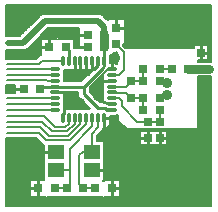
<source format=gtl>
%FSLAX24Y24*%
%MOIN*%
G70*
G01*
G75*
G04 Layer_Physical_Order=1*
G04 Layer_Color=255*
%ADD10R,0.0300X0.0300*%
%ADD11O,0.0118X0.0354*%
%ADD12O,0.0354X0.0118*%
%ADD13R,0.0551X0.0453*%
%ADD14C,0.0300*%
%ADD15C,0.0080*%
%ADD16C,0.0060*%
%ADD17C,0.0070*%
%ADD18C,0.0100*%
%ADD19C,0.0110*%
%ADD20C,0.0200*%
%ADD21C,0.0360*%
D10*
X6650Y4720D02*
D03*
X4720D02*
D03*
X5670D02*
D03*
X4870Y2970D02*
D03*
X6650Y5270D02*
D03*
X751Y4068D02*
D03*
X1301D02*
D03*
X2869Y5867D02*
D03*
X3419D02*
D03*
X2869Y5467D02*
D03*
X3419D02*
D03*
X1230Y740D02*
D03*
X1780D02*
D03*
X5270Y4720D02*
D03*
X1588Y5448D02*
D03*
X2138D02*
D03*
X4870Y2420D02*
D03*
X5270Y3770D02*
D03*
X4720Y3770D02*
D03*
X5270Y2420D02*
D03*
Y2970D02*
D03*
X5270Y3370D02*
D03*
X4720Y3370D02*
D03*
X6220Y4720D02*
D03*
X4320Y4320D02*
D03*
Y3770D02*
D03*
X3820Y6090D02*
D03*
X3680Y740D02*
D03*
X3820Y5540D02*
D03*
X2730Y740D02*
D03*
X3130D02*
D03*
X2180D02*
D03*
X4720Y4320D02*
D03*
X5270Y4320D02*
D03*
D11*
X2238Y5001D02*
D03*
X2041D02*
D03*
X2828D02*
D03*
X3025D02*
D03*
X2435D02*
D03*
X2632D02*
D03*
X3222D02*
D03*
X3419D02*
D03*
Y3079D02*
D03*
X2632D02*
D03*
X2435D02*
D03*
X3222D02*
D03*
X3025D02*
D03*
X2828D02*
D03*
X2238D02*
D03*
X2041D02*
D03*
D12*
X3691Y3745D02*
D03*
X1769Y3351D02*
D03*
Y4138D02*
D03*
Y4335D02*
D03*
Y3548D02*
D03*
Y3745D02*
D03*
Y3942D02*
D03*
Y4532D02*
D03*
Y4729D02*
D03*
X3691D02*
D03*
Y3942D02*
D03*
Y4532D02*
D03*
Y4335D02*
D03*
Y4138D02*
D03*
Y3548D02*
D03*
Y3351D02*
D03*
D13*
X1830Y1971D02*
D03*
X3010Y1340D02*
D03*
Y1971D02*
D03*
X1830Y1340D02*
D03*
D14*
X6220Y4720D02*
X6915D01*
X3419Y5467D02*
Y5867D01*
D15*
X5270Y4720D02*
X5670D01*
X4720Y4320D02*
Y4720D01*
Y3370D02*
Y3770D01*
X5270Y2970D02*
Y3370D01*
X4870Y2970D02*
X5270D01*
X4870Y2970D02*
X4870Y2970D01*
X4529Y2970D02*
X4870D01*
X4010Y3489D02*
X4529Y2970D01*
X3905Y3745D02*
X4010Y3640D01*
Y3489D02*
Y3640D01*
X4717Y4317D02*
X4720Y4320D01*
X4322Y4317D02*
X4717D01*
X3643Y3930D02*
X4155D01*
X4320Y3765D01*
Y3770D02*
X4320Y3770D01*
X4720D01*
X3691Y4138D02*
X4143D01*
X4322Y4317D01*
X1490Y2340D02*
X2280D01*
X1240Y2590D02*
X1490Y2340D01*
X170Y2590D02*
X1240D01*
X1590Y2490D02*
X2230D01*
X1300Y2780D02*
X1590Y2490D01*
X170Y2780D02*
X1300D01*
X1690Y2640D02*
X2180D01*
X170Y2970D02*
X1360D01*
X1690Y2640D01*
X170Y3160D02*
X1420D01*
X1790Y2790D01*
X2130D01*
X3691Y4532D02*
X3912D01*
X2280Y839D02*
Y2066D01*
X1830Y1340D02*
X2280D01*
X2180Y740D02*
X2279Y839D01*
X2280D01*
X2580Y890D02*
X2730Y740D01*
X170Y4717D02*
X1680D01*
X170Y4877D02*
X1240D01*
X1364Y5001D01*
X2041D01*
X170Y4532D02*
X1769D01*
X2828Y2888D02*
Y3079D01*
X2280Y2340D02*
X2828Y2888D01*
X2632Y2892D02*
Y3079D01*
X2230Y2490D02*
X2632Y2892D01*
X2435Y2895D02*
Y3079D01*
X2180Y2640D02*
X2435Y2895D01*
X2238Y2898D02*
Y3079D01*
X2130Y2790D02*
X2238Y2898D01*
X170Y3351D02*
X1769D01*
X170Y3548D02*
X1769D01*
X1535Y4335D02*
X1769D01*
X1498Y4372D02*
X1535Y4335D01*
X170Y3745D02*
X1769D01*
X3222Y2782D02*
Y3079D01*
X3010Y2570D02*
X3222Y2782D01*
X3025Y2812D02*
Y3079D01*
X2711Y1971D02*
X3010D01*
X2580Y1840D02*
X2711Y1971D01*
X2580Y890D02*
Y1840D01*
X2280Y2066D02*
X3025Y2812D01*
X3010Y1971D02*
Y2570D01*
X1780Y740D02*
X2180D01*
X2730D02*
X3130D01*
X4080Y4700D02*
Y5280D01*
X3820Y5540D02*
X4080Y5280D01*
X3912Y4532D02*
X4080Y4700D01*
X170Y4372D02*
X1498D01*
X3691Y3745D02*
X3905D01*
D16*
X2938Y4118D02*
X3549Y4729D01*
X2938Y3977D02*
Y4118D01*
X3549Y4729D02*
X3691D01*
D17*
X3379Y4481D02*
Y4557D01*
X3820Y2180D02*
X4625D01*
X3820Y2230D02*
X4625D01*
X3820Y2280D02*
X4625D01*
X3820Y2330D02*
X4625D01*
X3820Y2380D02*
X4625D01*
X3820Y2430D02*
X4625D01*
X3820Y2480D02*
X4625D01*
X3820Y2530D02*
X4625D01*
X3820Y2580D02*
X4625D01*
Y2175D02*
Y2665D01*
X3820Y2630D02*
X4625D01*
X4660Y2665D02*
Y2725D01*
X4710Y2665D02*
Y2725D01*
X4760Y2665D02*
Y2725D01*
X4810Y2665D02*
Y2725D01*
X4860Y2665D02*
Y2725D01*
X3820Y2150D02*
Y3197D01*
X3860Y2150D02*
Y3197D01*
X3960Y2150D02*
Y2912D01*
X3910Y2150D02*
Y2950D01*
X4060Y2150D02*
Y2836D01*
X4010Y2150D02*
Y2874D01*
X4160Y2150D02*
Y2760D01*
X4110Y2150D02*
Y2798D01*
X4210Y2150D02*
Y2730D01*
X4260Y2150D02*
Y2730D01*
X4310Y2150D02*
Y2730D01*
X4360Y2150D02*
Y2730D01*
X4410Y2150D02*
Y2730D01*
X4460Y2150D02*
Y2730D01*
X4510Y2150D02*
Y2730D01*
X4560Y2150D02*
Y2730D01*
X4610Y2150D02*
Y2730D01*
X4625Y2175D02*
X5025D01*
X5115D01*
X3820Y2150D02*
X6990D01*
X5025Y2175D02*
X5115D01*
X4625Y2665D02*
X5025D01*
X5115Y2175D02*
X5515D01*
Y2430D02*
X6990D01*
X5515Y2480D02*
X6990D01*
X5515Y2530D02*
X6990D01*
X5515Y2580D02*
X6990D01*
X5515Y2630D02*
X6990D01*
X4910Y2665D02*
Y2725D01*
X4960Y2665D02*
Y2725D01*
X5025Y2665D02*
X5115D01*
X5010D02*
Y2725D01*
X5060Y2665D02*
Y2725D01*
X5110Y2665D02*
Y2725D01*
X5025Y2665D02*
X5115D01*
X5515D01*
X5160D02*
Y2725D01*
X5210Y2665D02*
Y2725D01*
X5515Y2175D02*
Y2665D01*
X5260D02*
Y2725D01*
X5310Y2665D02*
Y2725D01*
X5360Y2665D02*
Y2725D01*
X5410Y2665D02*
Y2725D01*
X5460Y2665D02*
Y2725D01*
X5510Y2665D02*
Y2725D01*
X3820Y2830D02*
X4068D01*
X3820Y2880D02*
X4002D01*
X3820Y2730D02*
X4200D01*
X3820Y2780D02*
X4134D01*
X3820Y3030D02*
X3870D01*
X3820Y3080D02*
X3869D01*
X3820Y2930D02*
X3936D01*
X3820Y2980D02*
X3870D01*
X3820Y3130D02*
X3869D01*
X3820Y3180D02*
X3868D01*
X3870Y2980D02*
X4200Y2730D01*
X3868Y3197D02*
X3870Y2980D01*
X3820Y4930D02*
X3854D01*
X3820Y4980D02*
X3854D01*
X3820Y3197D02*
X3868D01*
X3820Y4883D02*
X3854D01*
X3820Y5130D02*
X3852D01*
X3820Y4883D02*
Y5295D01*
Y5030D02*
X3853D01*
X3820Y5080D02*
X3853D01*
X3820Y5280D02*
X3851D01*
X3820Y5295D02*
X3851D01*
X3820Y5180D02*
X3852D01*
X3820Y5230D02*
X3851D01*
X3851Y5295D02*
X3854Y4883D01*
X4160Y5410D02*
Y5550D01*
X4210Y5410D02*
Y5550D01*
X4260Y5410D02*
Y5550D01*
X4065Y5497D02*
Y5550D01*
X4110Y5452D02*
Y5550D01*
X4065Y5497D02*
X4148Y5415D01*
X4310Y5410D02*
Y5550D01*
X4360Y5410D02*
Y5550D01*
X4200Y2730D02*
X4625D01*
X4410Y5410D02*
Y5550D01*
X3820Y2680D02*
X6990D01*
X4153Y5410D02*
X6405D01*
X4132Y5430D02*
X6405D01*
X4460Y5410D02*
Y5550D01*
X4083Y5480D02*
X6405D01*
X4065Y5530D02*
X6990D01*
X4625Y2725D02*
X5025D01*
X5115D01*
X5025Y2725D02*
X5515D01*
Y2730D02*
X6560D01*
X4510Y5410D02*
Y5550D01*
X4560Y5410D02*
Y5550D01*
X4610Y5410D02*
Y5550D01*
X4660Y5410D02*
Y5550D01*
X4710Y5410D02*
Y5550D01*
X4760Y5410D02*
Y5550D01*
X4810Y5410D02*
Y5550D01*
X4860Y5410D02*
Y5550D01*
X4910Y5410D02*
Y5550D01*
X4960Y5410D02*
Y5550D01*
X5010Y5410D02*
Y5550D01*
X5060Y5410D02*
Y5550D01*
X4065D02*
X6990D01*
X5110Y5410D02*
Y5550D01*
X5160Y5410D02*
Y5550D01*
X5210Y5410D02*
Y5550D01*
X5260Y5410D02*
Y5550D01*
X5310Y5410D02*
Y5550D01*
X5360Y5410D02*
Y5550D01*
X5410Y5410D02*
Y5550D01*
X5460Y5410D02*
Y5550D01*
X5510Y5410D02*
Y5550D01*
X5560Y2150D02*
Y2730D01*
X5610Y2150D02*
Y2730D01*
X5660Y2150D02*
Y2730D01*
X5710Y2150D02*
Y2730D01*
X5760Y2150D02*
Y2730D01*
X5810Y2150D02*
Y2730D01*
X5515Y2180D02*
X6990D01*
X5860Y2150D02*
Y2730D01*
X5910Y2150D02*
Y2730D01*
X5960Y2150D02*
Y2730D01*
X6010Y2150D02*
Y2730D01*
X6060Y2150D02*
Y2730D01*
X6110Y2150D02*
Y2730D01*
X6160Y2150D02*
Y2730D01*
X6210Y2150D02*
Y2730D01*
X6260Y2150D02*
Y2730D01*
X6310Y2150D02*
Y2730D01*
X6360Y2150D02*
Y2730D01*
X6410Y2150D02*
Y2730D01*
X6460Y2150D02*
Y2730D01*
X6510Y2150D02*
Y2730D01*
X6560Y2150D02*
Y2730D01*
Y4475D01*
Y2730D02*
Y4475D01*
X6610Y2150D02*
Y4475D01*
X6660Y2150D02*
Y4475D01*
X6710Y2150D02*
Y4475D01*
X6760Y2150D02*
Y4475D01*
X6810Y2150D02*
Y4475D01*
X6860Y2150D02*
Y4475D01*
X6910Y2150D02*
Y4475D01*
X6960Y2150D02*
Y4475D01*
X6990Y2150D02*
Y4475D01*
X5515Y2230D02*
X6990D01*
X5515Y2280D02*
X6990D01*
X5515Y2330D02*
X6990D01*
X5515Y2380D02*
X6990D01*
X6560Y2730D02*
X6990D01*
X6560Y2780D02*
X6990D01*
X6560Y2830D02*
X6990D01*
X6560Y2880D02*
X6990D01*
X6560Y2930D02*
X6990D01*
X6560Y2980D02*
X6990D01*
X6560Y3030D02*
X6990D01*
X6560Y3080D02*
X6990D01*
X6560Y3130D02*
X6990D01*
X6560Y3180D02*
X6990D01*
X6560Y3230D02*
X6990D01*
X6560Y3280D02*
X6990D01*
X6560Y3330D02*
X6990D01*
X6560Y3380D02*
X6990D01*
X6560Y3430D02*
X6990D01*
X6560Y3480D02*
X6990D01*
X6560Y3530D02*
X6990D01*
X6560Y3580D02*
X6990D01*
X6560Y3630D02*
X6990D01*
X6560Y3680D02*
X6990D01*
X6560Y3730D02*
X6990D01*
X6560Y3780D02*
X6990D01*
X6560Y3830D02*
X6990D01*
X6560Y3880D02*
X6990D01*
X6560Y3930D02*
X6990D01*
X6560Y3980D02*
X6990D01*
X6560Y4030D02*
X6990D01*
X6560Y4080D02*
X6990D01*
X6560Y4130D02*
X6990D01*
X6560Y4180D02*
X6990D01*
X5560Y5410D02*
Y5550D01*
X5610Y5410D02*
Y5550D01*
X5660Y5410D02*
Y5550D01*
X5710Y5410D02*
Y5550D01*
X5760Y5410D02*
Y5550D01*
X5810Y5410D02*
Y5550D01*
X6405Y5410D02*
Y5515D01*
X5860Y5410D02*
Y5550D01*
X6560Y4965D02*
Y5025D01*
Y4965D02*
Y5025D01*
X6610Y4965D02*
Y5025D01*
X6660Y4965D02*
Y5025D01*
X6710Y4965D02*
Y5025D01*
X6760Y4965D02*
Y5025D01*
X5910Y5410D02*
Y5550D01*
X5960Y5410D02*
Y5550D01*
X6010Y5410D02*
Y5550D01*
X6060Y5410D02*
Y5550D01*
X6110Y5410D02*
Y5550D01*
X6160Y5410D02*
Y5550D01*
X6210Y5410D02*
Y5550D01*
X6260Y5410D02*
Y5550D01*
X6310Y5410D02*
Y5550D01*
X6360Y5410D02*
Y5550D01*
X6410Y5515D02*
Y5550D01*
X6460Y5515D02*
Y5550D01*
X6510Y5515D02*
Y5550D01*
X6560Y5515D02*
Y5550D01*
X6610Y5515D02*
Y5550D01*
X6660Y5515D02*
Y5550D01*
X6710Y5515D02*
Y5550D01*
X6560Y4230D02*
X6990D01*
X6560Y4280D02*
X6990D01*
X6560Y4330D02*
X6990D01*
X6560Y4380D02*
X6990D01*
X6560Y4475D02*
X6895D01*
X6560D02*
X6895D01*
X6560Y4430D02*
X6990D01*
X6560Y4965D02*
X6895D01*
X6810D02*
Y5025D01*
X6860Y4965D02*
Y5025D01*
X6895Y4475D02*
X6990D01*
X6560Y4965D02*
X6895D01*
X6990D01*
X6560Y5025D02*
X6895D01*
X6560Y4980D02*
X6990D01*
X6895Y5030D02*
X6990D01*
X6895Y5080D02*
X6990D01*
X6895Y5130D02*
X6990D01*
X6895Y5180D02*
X6990D01*
X6895Y5230D02*
X6990D01*
X6760Y5515D02*
Y5550D01*
X6810Y5515D02*
Y5550D01*
X6405Y5515D02*
X6895D01*
X6860D02*
Y5550D01*
X6895Y5025D02*
Y5515D01*
X6910Y4965D02*
Y5550D01*
X6960Y4965D02*
Y5550D01*
X6990Y4965D02*
Y5550D01*
X6895Y5280D02*
X6990D01*
X6895Y5330D02*
X6990D01*
X6895Y5380D02*
X6990D01*
X6895Y5430D02*
X6990D01*
X6895Y5480D02*
X6990D01*
X160Y480D02*
X945D01*
X160Y530D02*
X945D01*
X160Y580D02*
X945D01*
X160Y630D02*
X945D01*
X160Y680D02*
X945D01*
X160Y730D02*
X945D01*
X160Y780D02*
X945D01*
X160Y830D02*
X945D01*
X160Y880D02*
X945D01*
X160Y930D02*
X945D01*
X160Y980D02*
X945D01*
X160Y1030D02*
X1419D01*
X160Y1080D02*
X1419D01*
X160Y1130D02*
X1419D01*
X160Y1180D02*
X1419D01*
X160Y1230D02*
X1419D01*
X160Y1280D02*
X1419D01*
X160Y1330D02*
X1419D01*
X160Y1380D02*
X1419D01*
X160Y1430D02*
X1419D01*
X160Y1480D02*
X1419D01*
X160Y1530D02*
X1419D01*
X160Y1580D02*
X1419D01*
X160Y1630D02*
X1419D01*
X960Y160D02*
Y455D01*
X1010Y160D02*
Y455D01*
X1060Y160D02*
Y455D01*
X945D02*
Y1025D01*
X1110Y160D02*
Y455D01*
X1160Y160D02*
Y455D01*
X1210Y160D02*
Y455D01*
X1260Y160D02*
Y455D01*
X1310Y160D02*
Y455D01*
X1360Y160D02*
Y455D01*
X1410Y160D02*
Y455D01*
X160Y2180D02*
X1388D01*
X160Y2230D02*
X1338D01*
X1360Y1025D02*
Y2208D01*
X1315Y2253D02*
X1402Y2165D01*
X160Y1680D02*
X1419D01*
X945Y1025D02*
X1419D01*
Y1609D01*
Y1701D01*
Y1609D02*
Y1701D01*
Y2165D01*
X160Y160D02*
Y2415D01*
Y160D02*
Y2415D01*
X210Y160D02*
Y2415D01*
X160Y3920D02*
Y4197D01*
X260Y160D02*
Y2415D01*
X310Y160D02*
Y2415D01*
X160Y2280D02*
X1287D01*
X160Y2330D02*
X1238D01*
X160Y2380D02*
X1187D01*
X160Y2415D02*
X1152D01*
X360Y160D02*
Y2415D01*
X160Y3920D02*
X466D01*
X160Y3930D02*
X466D01*
X160Y3920D02*
Y4197D01*
X210Y3920D02*
Y4197D01*
X260Y3920D02*
Y4197D01*
X310Y3920D02*
Y4197D01*
X360Y3920D02*
Y4197D01*
X160Y3980D02*
X466D01*
X160Y4030D02*
X466D01*
X160Y4080D02*
X466D01*
X160Y4130D02*
X466D01*
X160Y4180D02*
X466D01*
X160Y4197D02*
X466D01*
X410Y160D02*
Y2415D01*
X460Y160D02*
Y2415D01*
X510Y160D02*
Y2415D01*
X560Y160D02*
Y2415D01*
X610Y160D02*
Y2415D01*
X660Y160D02*
Y2415D01*
X710Y160D02*
Y2415D01*
X760Y160D02*
Y2415D01*
X810Y160D02*
Y2415D01*
X860Y160D02*
Y2415D01*
X910Y160D02*
Y2415D01*
X960Y1025D02*
Y2415D01*
X1010Y1025D02*
Y2415D01*
X1060Y1025D02*
Y2415D01*
X410Y3920D02*
Y4197D01*
X460Y3920D02*
Y4197D01*
X466Y3920D02*
Y4197D01*
X1260Y1025D02*
Y2307D01*
X1310Y1025D02*
Y2257D01*
X1315Y2253D02*
X1402Y2165D01*
X1110Y1025D02*
Y2415D01*
X1152D02*
X1315Y2253D01*
X1160Y1025D02*
Y2407D01*
X1210Y1025D02*
Y2358D01*
X160Y160D02*
X6990D01*
X1460D02*
Y455D01*
X1560Y160D02*
Y455D01*
X1610Y160D02*
Y455D01*
X1660Y160D02*
Y455D01*
X1710Y160D02*
Y455D01*
X160Y180D02*
X6990D01*
X160Y230D02*
X6990D01*
X160Y280D02*
X6990D01*
X160Y330D02*
X6990D01*
X160Y380D02*
X6990D01*
X160Y430D02*
X6990D01*
X160Y1730D02*
X1419D01*
X160Y1780D02*
X1419D01*
X160Y1830D02*
X1419D01*
X160Y1880D02*
X1419D01*
X160Y1930D02*
X1419D01*
X160Y1980D02*
X1419D01*
X945Y455D02*
X1495D01*
X1515D02*
X1895D01*
X160Y2030D02*
X1419D01*
X160Y2080D02*
X1419D01*
X160Y2130D02*
X1419D01*
X1760Y160D02*
Y455D01*
X1810Y160D02*
Y455D01*
X1860Y160D02*
Y455D01*
X1910Y160D02*
Y455D01*
X1960Y160D02*
Y455D01*
X2010Y160D02*
Y455D01*
X2060Y160D02*
Y455D01*
X2110Y160D02*
Y455D01*
X2160Y160D02*
Y455D01*
X2210Y160D02*
Y455D01*
X2260Y160D02*
Y455D01*
X2310Y160D02*
Y455D01*
X1895D02*
X2065D01*
X2360Y160D02*
Y455D01*
X1895D02*
X2065D01*
X2081Y3391D02*
X2138D01*
X2410Y160D02*
Y455D01*
X2141Y3391D02*
X2335D01*
X2065Y455D02*
X2445D01*
X2510Y160D02*
Y455D01*
X2560Y160D02*
Y455D01*
X2465D02*
X2845D01*
X2338Y3391D02*
X2532D01*
X2610Y160D02*
Y455D01*
X2660Y160D02*
Y455D01*
X2081Y3391D02*
Y3448D01*
Y3451D02*
Y3645D01*
Y3648D02*
Y3842D01*
X2110Y3391D02*
Y3948D01*
X2160Y3391D02*
Y3948D01*
X2210Y3391D02*
Y3948D01*
X2081Y3430D02*
X2915D01*
X2081Y3480D02*
X2865D01*
X2081Y3530D02*
X2815D01*
X2081Y3580D02*
X2765D01*
X2081Y3630D02*
X2715D01*
X2081Y3680D02*
X2665D01*
X2081Y3830D02*
X2558D01*
X2081Y3845D02*
Y3948D01*
Y3880D02*
X2558D01*
X2081Y4328D02*
Y4432D01*
X2110Y4328D02*
Y4689D01*
X2160Y4328D02*
Y4689D01*
X2081Y3730D02*
X2615D01*
X2081Y3780D02*
X2565D01*
X2081Y3930D02*
X2558D01*
X2081Y3948D02*
X2558D01*
X2081Y4328D02*
X2653D01*
X2081Y4330D02*
X2655D01*
X2260Y3391D02*
Y3948D01*
X2310Y3391D02*
Y3948D01*
X2360Y3391D02*
Y3948D01*
X2410Y3391D02*
Y3948D01*
X2460Y3391D02*
Y3948D01*
X2510Y3391D02*
Y3948D01*
X2535Y3391D02*
X2729D01*
X2653Y3692D02*
X2954Y3391D01*
X2660D02*
Y3685D01*
X2558Y3787D02*
X2653Y3692D01*
X2560Y3391D02*
Y3785D01*
X2610Y3391D02*
Y3735D01*
X2210Y4328D02*
Y4689D01*
X2260Y4328D02*
Y4689D01*
X2310Y4328D02*
Y4689D01*
X2360Y4328D02*
Y4689D01*
X2410Y4328D02*
Y4689D01*
X2460Y4328D02*
Y4689D01*
X2558Y3787D02*
X2653Y3692D01*
X2558Y3787D02*
Y3948D01*
Y3787D02*
Y3948D01*
X2510Y4328D02*
Y4689D01*
X2560Y4328D02*
Y4689D01*
X2610Y4328D02*
Y4689D01*
X2653Y4328D02*
X2829Y4504D01*
X160Y5052D02*
Y5345D01*
Y5052D02*
Y5345D01*
X210Y5052D02*
Y5345D01*
X260Y5052D02*
Y5345D01*
X310Y5052D02*
Y5345D01*
X360Y5052D02*
Y5345D01*
X160Y5052D02*
X1152D01*
X410D02*
Y5345D01*
X460Y5052D02*
Y5345D01*
X510Y5052D02*
Y5345D01*
X560Y5052D02*
Y5345D01*
X610Y5052D02*
Y5345D01*
X160D02*
X593D01*
X660Y5052D02*
Y5345D01*
X710Y5052D02*
Y5345D01*
X160Y5815D02*
X593D01*
Y5345D02*
X828D01*
X593D02*
X828D01*
X160Y5080D02*
X1181D01*
X160Y5130D02*
X1231D01*
X160Y5180D02*
X1303D01*
X160Y5230D02*
X1303D01*
X160Y5280D02*
X1303D01*
X160Y5330D02*
X1303D01*
X760Y5052D02*
Y5345D01*
X810Y5052D02*
Y5345D01*
X860Y5052D02*
Y5378D01*
X910Y5052D02*
Y5428D01*
X960Y5052D02*
Y5477D01*
X1010Y5052D02*
Y5527D01*
X1152Y5052D02*
X1189Y5089D01*
X1277Y5176D01*
X1189Y5089D02*
X1277Y5176D01*
X1060Y5052D02*
Y5577D01*
X1110Y5052D02*
Y5627D01*
X1160Y5059D02*
Y5677D01*
X828Y5345D02*
X945Y5462D01*
X828Y5345D02*
X945Y5462D01*
X862Y5380D02*
X1303D01*
X1210Y5109D02*
Y5727D01*
X1260Y5159D02*
Y5778D01*
X1303Y5176D02*
Y5733D01*
X913Y5430D02*
X1303D01*
X962Y5480D02*
X1303D01*
X1013Y5530D02*
X1303D01*
X1063Y5580D02*
X1303D01*
X1112Y5630D02*
X1303D01*
X1163Y5680D02*
X1303D01*
X1213Y5730D02*
X1303D01*
X160Y5815D02*
Y6840D01*
Y5815D02*
Y6840D01*
X210Y5815D02*
Y6840D01*
X260Y5815D02*
Y6840D01*
X310Y5815D02*
Y6840D01*
X360Y5815D02*
Y6840D01*
X160Y5830D02*
X608D01*
X160Y5880D02*
X658D01*
X160Y5930D02*
X707D01*
X410Y5815D02*
Y6840D01*
X460Y5815D02*
Y6840D01*
X510Y5815D02*
Y6840D01*
X160Y5980D02*
X758D01*
X160Y6030D02*
X808D01*
X160Y6080D02*
X857D01*
X160Y6130D02*
X908D01*
X160Y6180D02*
X957D01*
X160Y6230D02*
X1007D01*
X160Y6280D02*
X1058D01*
X160Y6330D02*
X1107D01*
X160Y6380D02*
X1157D01*
X160Y6430D02*
X1208D01*
X160Y6480D02*
X1258D01*
X160Y6530D02*
X1308D01*
X560Y5815D02*
Y6840D01*
X610Y5832D02*
Y6840D01*
X660Y5882D02*
Y6840D01*
X710Y5932D02*
Y6840D01*
X760Y5982D02*
Y6840D01*
X810Y6033D02*
Y6840D01*
X1310Y5733D02*
Y5828D01*
X1360Y5733D02*
Y5878D01*
X1410Y5733D02*
Y5928D01*
X593Y5815D02*
X1205Y6428D01*
X1460Y5733D02*
Y5978D01*
X860Y6083D02*
Y6840D01*
X910Y6133D02*
Y6840D01*
X960Y6183D02*
Y6840D01*
X1010Y6233D02*
Y6840D01*
X1060Y6283D02*
Y6840D01*
X1110Y6332D02*
Y6840D01*
X1160Y6382D02*
Y6840D01*
X1205Y6428D02*
X1322Y6545D01*
X1205Y6428D02*
X1322Y6545D01*
X1210Y6432D02*
Y6840D01*
X1260Y6482D02*
Y6840D01*
X1310Y6532D02*
Y6840D01*
X1360Y6545D02*
Y6840D01*
X1410Y6545D02*
Y6840D01*
X1510Y5733D02*
Y6028D01*
X945Y5462D02*
X1558Y6075D01*
X1560Y5733D02*
Y6075D01*
X1610Y5733D02*
Y6075D01*
X2081Y4380D02*
X2705D01*
X2081Y4430D02*
X2755D01*
X2081Y4480D02*
X2805D01*
X1303Y5733D02*
X1853D01*
X1660D02*
Y6075D01*
X1710Y5733D02*
Y6075D01*
X1760Y5733D02*
Y6075D01*
X1810Y5733D02*
Y6075D01*
X1873Y5733D02*
X2423D01*
X1910D02*
Y6075D01*
X1960Y5733D02*
Y6075D01*
X2010Y5733D02*
Y6075D01*
X1262Y5780D02*
X2584D01*
X1312Y5830D02*
X2584D01*
X1363Y5880D02*
X2584D01*
X1412Y5930D02*
X2584D01*
X1462Y5980D02*
X2584D01*
X1513Y6030D02*
X2584D01*
X2081Y4435D02*
Y4629D01*
Y4632D02*
Y4689D01*
X2138D01*
X2141D02*
X2335D01*
X2338D02*
X2532D01*
X2081Y4530D02*
X2855D01*
X2081Y4580D02*
X2905D01*
X2081Y4680D02*
X3008D01*
X2535Y4689D02*
X2729D01*
X2660Y4335D02*
Y4689D01*
X2710Y4385D02*
Y4689D01*
X2423Y5480D02*
X2584D01*
X2428Y5420D02*
X2584D01*
X2423Y5530D02*
X2584D01*
X2423Y5580D02*
X2584D01*
Y5420D02*
Y5582D01*
X2423Y5448D02*
Y5733D01*
Y5630D02*
X2584D01*
X2423Y5680D02*
X2584D01*
Y5582D02*
Y5752D01*
X2423Y5730D02*
X2584D01*
Y5582D02*
Y5752D01*
X1322Y6545D02*
X1558D01*
X1322D02*
X1558D01*
X1460D02*
Y6840D01*
X1510Y6545D02*
Y6840D01*
X1560Y6545D02*
Y6840D01*
X1610Y6545D02*
Y6840D01*
X1558Y6075D02*
X2584D01*
X2060Y5733D02*
Y6075D01*
X1558Y6545D02*
X3103D01*
X1660D02*
Y6840D01*
X1710Y6545D02*
Y6840D01*
X1760Y6545D02*
Y6840D01*
X160Y6580D02*
X6990D01*
X1810Y6545D02*
Y6840D01*
X1860Y6545D02*
Y6840D01*
X1910Y6545D02*
Y6840D01*
X1960Y6545D02*
Y6840D01*
X2010Y6545D02*
Y6840D01*
X160Y6630D02*
X6990D01*
X160Y6680D02*
X6990D01*
X160Y6730D02*
X6990D01*
X160Y6780D02*
X6990D01*
X160Y6830D02*
X6990D01*
X160Y6840D02*
X6990D01*
X2110Y5733D02*
Y6075D01*
X2160Y5733D02*
Y6075D01*
X2210Y5733D02*
Y6075D01*
X2060Y6545D02*
Y6840D01*
X2260Y5733D02*
Y6075D01*
X2310Y5733D02*
Y6075D01*
X2360Y5733D02*
Y6075D01*
X2460Y5420D02*
Y6075D01*
X2410Y5733D02*
Y6075D01*
X2510Y5420D02*
Y6075D01*
X2560Y5420D02*
Y6075D01*
X2584Y5752D02*
Y6075D01*
X2110Y6545D02*
Y6840D01*
X2160Y6545D02*
Y6840D01*
X2210Y6545D02*
Y6840D01*
X2260Y6545D02*
Y6840D01*
X2310Y6545D02*
Y6840D01*
X2360Y6545D02*
Y6840D01*
X2410Y6545D02*
Y6840D01*
X2460Y6545D02*
Y6840D01*
X2510Y6545D02*
Y6840D01*
X2560Y6545D02*
Y6840D01*
X2610Y6545D02*
Y6840D01*
X2660Y6545D02*
Y6840D01*
X2710Y6545D02*
Y6840D01*
Y160D02*
Y455D01*
X2760Y160D02*
Y455D01*
X2810Y160D02*
Y455D01*
X2860Y160D02*
Y455D01*
X2910Y160D02*
Y455D01*
X2960Y160D02*
Y455D01*
X3010Y160D02*
Y455D01*
X3060Y160D02*
Y455D01*
X3110Y160D02*
Y455D01*
X3160Y160D02*
Y455D01*
X3210Y160D02*
Y455D01*
X3260Y160D02*
Y455D01*
X2845D02*
X3015D01*
X3310Y160D02*
Y455D01*
X2845D02*
X3015D01*
X3395D01*
X3360Y160D02*
Y455D01*
X3395Y979D02*
Y1025D01*
X3415Y455D02*
X3965D01*
X3415Y979D02*
Y1025D01*
X3420Y979D02*
Y1025D01*
X3965D01*
X3420D02*
Y1609D01*
X3460Y160D02*
Y455D01*
X3510Y160D02*
Y455D01*
X3560Y160D02*
Y455D01*
X3610Y160D02*
Y455D01*
X3660Y160D02*
Y455D01*
X3710Y160D02*
Y455D01*
X3760Y160D02*
Y455D01*
X3810Y160D02*
Y455D01*
X3860Y160D02*
Y455D01*
X3910Y160D02*
Y455D01*
X3960Y160D02*
Y455D01*
X4010Y160D02*
Y2140D01*
X3420Y1609D02*
Y1701D01*
Y1609D02*
Y1701D01*
X3860Y1025D02*
Y2140D01*
X3910Y1025D02*
Y2140D01*
X3965Y455D02*
Y1025D01*
X3960D02*
Y2140D01*
X4060Y160D02*
Y2140D01*
X4110Y160D02*
Y2140D01*
X4160Y160D02*
Y2140D01*
X3185Y2332D02*
Y2482D01*
X3210Y2332D02*
Y2508D01*
X3260Y2332D02*
Y2558D01*
X3185Y2482D02*
X3310Y2607D01*
X3310Y2332D02*
Y2607D01*
X3360Y2332D02*
Y2657D01*
X3185Y2332D02*
X3420D01*
Y2180D02*
X3820D01*
X3185Y2380D02*
X3820D01*
X3185Y2430D02*
X3820D01*
X3410Y2332D02*
Y2767D01*
X3185Y2480D02*
X3820D01*
X3310Y2607D02*
X3397Y2695D01*
X3310Y2607D02*
X3397Y2695D01*
Y2767D01*
X2710Y3391D02*
Y3635D01*
X3397Y2695D02*
Y2767D01*
X2731Y3391D02*
X2925D01*
X3232Y2530D02*
X3820D01*
X3282Y2580D02*
X3820D01*
X3332Y2630D02*
X3820D01*
X3383Y2680D02*
X3820D01*
X3397Y2730D02*
X3820D01*
X3397Y2767D02*
X3516D01*
X3420Y1701D02*
Y2332D01*
X3460Y1025D02*
Y2767D01*
X3510Y1025D02*
Y2767D01*
X3560Y1025D02*
Y2811D01*
X3610Y1025D02*
Y2861D01*
X3660Y1025D02*
Y3157D01*
X3420Y2230D02*
X3820D01*
X4210Y160D02*
Y2140D01*
X3710Y1025D02*
Y3157D01*
X3760Y1025D02*
Y3157D01*
X3810Y1025D02*
Y3157D01*
X3820Y2140D02*
Y3157D01*
X3420Y2280D02*
X3820D01*
X3420Y2330D02*
X3820D01*
X3529Y2780D02*
X3820D01*
X3516Y2767D02*
X3613Y2864D01*
X3579Y2830D02*
X3820D01*
X3613Y2864D02*
Y3157D01*
Y2880D02*
X3820D01*
X3613Y2930D02*
X3820D01*
X3613Y2980D02*
X3820D01*
X3613Y3030D02*
X3820D01*
X3613Y3080D02*
X3820D01*
X3613Y3130D02*
X3820D01*
X3613Y3157D02*
X3820D01*
X3420Y1030D02*
X6990D01*
X3965Y480D02*
X6990D01*
X3420Y1080D02*
X6990D01*
X3420Y1130D02*
X6990D01*
X3420Y1180D02*
X6990D01*
X3420Y1230D02*
X6990D01*
X3420Y1280D02*
X6990D01*
X3420Y1330D02*
X6990D01*
X3420Y1380D02*
X6990D01*
X3420Y1430D02*
X6990D01*
X3420Y1480D02*
X6990D01*
X3420Y1530D02*
X6990D01*
X3420Y1580D02*
X6990D01*
X3420Y1630D02*
X6990D01*
X3420Y1680D02*
X6990D01*
X3420Y1730D02*
X6990D01*
X3420Y1780D02*
X6990D01*
X3420Y1830D02*
X6990D01*
X3420Y1880D02*
X6990D01*
X3420Y1930D02*
X6990D01*
X3420Y1980D02*
X6990D01*
X3420Y2030D02*
X6990D01*
X3420Y2080D02*
X6990D01*
X3420Y2130D02*
X6990D01*
X4610Y160D02*
Y2135D01*
X4660Y160D02*
Y2135D01*
X4710Y160D02*
Y2135D01*
X4760Y160D02*
Y2135D01*
X4810Y160D02*
Y2135D01*
X4860Y160D02*
Y2135D01*
X4910Y160D02*
Y2135D01*
X4960Y160D02*
Y2135D01*
X5010Y160D02*
Y2135D01*
X5060Y160D02*
Y2135D01*
X5110Y160D02*
Y2135D01*
X5160Y160D02*
Y2135D01*
X3965Y530D02*
X6990D01*
X3965Y580D02*
X6990D01*
X3965Y630D02*
X6990D01*
X4585Y2135D02*
X4985D01*
X5155D01*
X4985D02*
X5155D01*
X3965Y680D02*
X6990D01*
X3965Y730D02*
X6990D01*
X3965Y780D02*
X6990D01*
X3965Y830D02*
X6990D01*
X3965Y880D02*
X6990D01*
X3965Y930D02*
X6990D01*
X3965Y980D02*
X6990D01*
X4260Y160D02*
Y2140D01*
X4310Y160D02*
Y2140D01*
X4360Y160D02*
Y2140D01*
X4410Y160D02*
Y2140D01*
X4460Y160D02*
Y2140D01*
X4510Y160D02*
Y2140D01*
X5210Y160D02*
Y2135D01*
X5260Y160D02*
Y2135D01*
X5310Y160D02*
Y2135D01*
X4560Y160D02*
Y2140D01*
X5360Y160D02*
Y2135D01*
X5410Y160D02*
Y2135D01*
X5155D02*
X5555D01*
X5460Y160D02*
Y2135D01*
X5510Y160D02*
Y2135D01*
X3820Y2140D02*
X4585D01*
X5560Y160D02*
Y2140D01*
X5610Y160D02*
Y2140D01*
X5660Y160D02*
Y2140D01*
X5555D02*
X6990D01*
X5710Y160D02*
Y2140D01*
X5760Y160D02*
Y2140D01*
X5810Y160D02*
Y2140D01*
X5860Y160D02*
Y2140D01*
X5910Y160D02*
Y2140D01*
X5960Y160D02*
Y2140D01*
X6010Y160D02*
Y2140D01*
X6060Y160D02*
Y2140D01*
X6110Y160D02*
Y2140D01*
X6160Y160D02*
Y2140D01*
X6210Y160D02*
Y2140D01*
X6260Y160D02*
Y2140D01*
X6310Y160D02*
Y2140D01*
X6360Y160D02*
Y2140D01*
X6410Y160D02*
Y2140D01*
X6460Y160D02*
Y2140D01*
X6510Y160D02*
Y2140D01*
X6560Y160D02*
Y2140D01*
X6610Y160D02*
Y2140D01*
X6660Y160D02*
Y2140D01*
X6710Y160D02*
Y2140D01*
X6760Y160D02*
Y2140D01*
X6810Y160D02*
Y2140D01*
X6860Y160D02*
Y2140D01*
X6910Y160D02*
Y2140D01*
X6960Y160D02*
Y2140D01*
X6990Y160D02*
Y2140D01*
X2810Y3391D02*
Y3535D01*
X2860Y3391D02*
Y3485D01*
X2910Y3391D02*
Y3435D01*
X2760Y3391D02*
Y3585D01*
X3060Y3855D02*
Y4165D01*
X3010Y3905D02*
Y4115D01*
X3035Y3880D02*
X3379D01*
X3135Y3780D02*
X3379D01*
X3085Y3830D02*
X3379D01*
X2938Y3977D02*
X3305Y3610D01*
X3110Y3805D02*
Y4215D01*
X2985Y3930D02*
X3379D01*
X2938Y3977D02*
Y4043D01*
X2960Y3955D02*
Y4065D01*
X2938Y4043D02*
X3114Y4219D01*
X3209Y4314D01*
X3117Y4219D02*
X3212Y4314D01*
X3117Y4219D02*
X3212Y4314D01*
X2938Y3980D02*
X3379D01*
X2938Y4030D02*
X3379D01*
X2975Y4080D02*
X3379D01*
X3025Y4130D02*
X3379D01*
X3075Y4180D02*
X3379D01*
X3128Y4230D02*
X3379D01*
X3210Y3705D02*
Y4312D01*
X3305Y3610D02*
X3345D01*
X3379D01*
X3260Y3655D02*
Y4362D01*
X3310Y3610D02*
Y4412D01*
X3360Y3610D02*
Y4455D01*
X3285Y3630D02*
X3379D01*
X3345Y3610D02*
X3379D01*
Y3645D01*
X3185Y3730D02*
X3379D01*
Y3648D02*
Y3842D01*
X3235Y3680D02*
X3379D01*
X3160Y3755D02*
Y4262D01*
X3379Y3845D02*
Y4039D01*
Y4041D02*
Y4235D01*
X3178Y4280D02*
X3379D01*
Y4238D02*
Y4432D01*
X3212Y4314D02*
X3332Y4434D01*
X3228Y4330D02*
X3379D01*
X3278Y4380D02*
X3379D01*
X3328Y4430D02*
X3379D01*
X3332Y4434D02*
X3379Y4481D01*
X3339Y4434D02*
X3379Y4474D01*
X3339Y4434D02*
X3379Y4474D01*
Y4435D02*
Y4474D01*
X2760Y4435D02*
Y4689D01*
X2810Y4485D02*
Y4689D01*
X2829Y4504D02*
X2924Y4599D01*
X2860Y4535D02*
Y4689D01*
X2910Y4585D02*
Y4689D01*
X2731D02*
X2925D01*
X2829Y4504D02*
X2924Y4599D01*
X2832Y4504D02*
X2927Y4599D01*
X3017Y4689D01*
X2960Y4632D02*
Y4689D01*
X2928D02*
X3017D01*
X2760Y6545D02*
Y6840D01*
X2810Y6545D02*
Y6840D01*
X2860Y6545D02*
Y6840D01*
X2910Y6545D02*
Y6840D01*
X2960Y6545D02*
Y6840D01*
X3010Y6545D02*
Y6840D01*
X3103Y6545D02*
X3338D01*
X3103D02*
X3338D01*
X3060D02*
Y6840D01*
X3110Y6545D02*
Y6840D01*
X3160Y6545D02*
Y6840D01*
X3613Y4923D02*
Y5182D01*
X3660Y4923D02*
Y5182D01*
X3613D02*
X3704D01*
X3455Y6428D02*
X3535Y6348D01*
X3510Y6373D02*
Y6840D01*
X3560Y6375D02*
Y6840D01*
X3613Y4923D02*
X3820D01*
X3710D02*
Y5255D01*
X3704Y5182D02*
Y5255D01*
X3760Y4923D02*
Y5255D01*
X3810Y4923D02*
Y5255D01*
X3820Y4923D02*
Y5255D01*
X3210Y6545D02*
Y6840D01*
X3338Y6545D02*
X3455Y6428D01*
X3260Y6545D02*
Y6840D01*
X3310Y6545D02*
Y6840D01*
X3410Y6472D02*
Y6840D01*
X3360Y6522D02*
Y6840D01*
X3338Y6545D02*
X3455Y6428D01*
X3610Y6375D02*
Y6840D01*
X3460Y6423D02*
Y6840D01*
X3660Y6375D02*
Y6840D01*
X3710Y6375D02*
Y6840D01*
X3760Y6375D02*
Y6840D01*
X3810Y6375D02*
Y6840D01*
X3613Y4930D02*
X3820D01*
X3613Y4980D02*
X3820D01*
X3613Y5030D02*
X3820D01*
X3613Y5080D02*
X3820D01*
X3613Y5130D02*
X3820D01*
X3613Y5180D02*
X3820D01*
X3704Y5230D02*
X3820D01*
X3704Y5255D02*
X3820D01*
X4105Y5560D02*
X6990D01*
X4105Y5580D02*
X6990D01*
X4105Y5630D02*
X6990D01*
X4105Y5680D02*
X6990D01*
X3860Y6375D02*
Y6840D01*
X3910Y6375D02*
Y6840D01*
X3960Y6375D02*
Y6840D01*
X4010Y6375D02*
Y6840D01*
X4060Y6375D02*
Y6840D01*
X3503Y6380D02*
X6990D01*
X3535Y6375D02*
X4105D01*
X3352Y6530D02*
X6990D01*
X3453Y6430D02*
X6990D01*
X3402Y6480D02*
X6990D01*
X4105Y5560D02*
Y5805D01*
X4110Y5560D02*
Y6840D01*
X4160Y5560D02*
Y6840D01*
X4210Y5560D02*
Y6840D01*
X4260Y5560D02*
Y6840D01*
X4310Y5560D02*
Y6840D01*
X4105Y5730D02*
X6990D01*
X4360Y5560D02*
Y6840D01*
X4410Y5560D02*
Y6840D01*
X4460Y5560D02*
Y6840D01*
X4510Y5560D02*
Y6840D01*
X4560Y5560D02*
Y6840D01*
X4105Y5780D02*
X6990D01*
X4105Y5830D02*
X6990D01*
X4105Y5880D02*
X6990D01*
X4105Y5930D02*
X6990D01*
X4105Y5825D02*
Y6375D01*
Y5980D02*
X6990D01*
X4105Y6030D02*
X6990D01*
X4105Y6080D02*
X6990D01*
X4105Y6130D02*
X6990D01*
X4105Y6180D02*
X6990D01*
X4105Y6230D02*
X6990D01*
X4105Y6280D02*
X6990D01*
X4105Y6330D02*
X6990D01*
X4610Y5560D02*
Y6840D01*
X4660Y5560D02*
Y6840D01*
X4710Y5560D02*
Y6840D01*
X4760Y5560D02*
Y6840D01*
X4810Y5560D02*
Y6840D01*
X4860Y5560D02*
Y6840D01*
X4910Y5560D02*
Y6840D01*
X4960Y5560D02*
Y6840D01*
X5010Y5560D02*
Y6840D01*
X5060Y5560D02*
Y6840D01*
X5110Y5560D02*
Y6840D01*
X5160Y5560D02*
Y6840D01*
X5210Y5560D02*
Y6840D01*
X5260Y5560D02*
Y6840D01*
X5310Y5560D02*
Y6840D01*
X5360Y5560D02*
Y6840D01*
X5410Y5560D02*
Y6840D01*
X5460Y5560D02*
Y6840D01*
X5510Y5560D02*
Y6840D01*
X5560Y5560D02*
Y6840D01*
X5610Y5560D02*
Y6840D01*
X5660Y5560D02*
Y6840D01*
X5710Y5560D02*
Y6840D01*
X5760Y5560D02*
Y6840D01*
X5810Y5560D02*
Y6840D01*
X5860Y5560D02*
Y6840D01*
X5910Y5560D02*
Y6840D01*
X5960Y5560D02*
Y6840D01*
X6010Y5560D02*
Y6840D01*
X6060Y5560D02*
Y6840D01*
X6110Y5560D02*
Y6840D01*
X6160Y5560D02*
Y6840D01*
X6210Y5560D02*
Y6840D01*
X6260Y5560D02*
Y6840D01*
X6310Y5560D02*
Y6840D01*
X6360Y5560D02*
Y6840D01*
X6410Y5560D02*
Y6840D01*
X6460Y5560D02*
Y6840D01*
X6510Y5560D02*
Y6840D01*
X6560Y5560D02*
Y6840D01*
X6610Y5560D02*
Y6840D01*
X6660Y5560D02*
Y6840D01*
X6710Y5560D02*
Y6840D01*
X6760Y5560D02*
Y6840D01*
X6810Y5560D02*
Y6840D01*
X6860Y5560D02*
Y6840D01*
X6910Y5560D02*
Y6840D01*
X6960Y5560D02*
Y6840D01*
X6990Y5560D02*
Y6840D01*
D18*
X3025Y4724D02*
X3084D01*
X3222Y4862D01*
Y5001D01*
X2964Y4663D02*
X3025Y4724D01*
X2871Y4570D02*
X2964Y4663D01*
X2810Y4570D02*
X2871D01*
X3190Y4190D02*
X3335Y4335D01*
X2041Y3211D02*
X2069Y3239D01*
Y3379D01*
X2270Y3580D01*
X3509Y3351D02*
X3691D01*
X3440Y3420D02*
X3509Y3351D01*
X3335Y4335D02*
X3691D01*
X4870Y2210D02*
Y2420D01*
X4660D02*
X4870D01*
Y2630D01*
X5270Y2210D02*
Y2420D01*
Y2630D01*
Y2420D02*
X5480D01*
X6650Y5060D02*
Y5270D01*
Y5480D01*
Y5270D02*
X6860D01*
X3419Y3079D02*
X3721D01*
X3419Y2669D02*
Y3079D01*
X1230Y490D02*
Y740D01*
X980D02*
X1230D01*
Y990D01*
X501Y4068D02*
X751D01*
X1454Y1971D02*
X1830D01*
X1338Y5448D02*
X1588D01*
Y5698D01*
X2632Y4724D02*
Y5001D01*
X2619Y5467D02*
X2869D01*
X2619Y5867D02*
X2869D01*
X3010Y1340D02*
X3385D01*
X3680Y490D02*
Y740D01*
Y990D01*
Y740D02*
X3930D01*
X4870Y2170D02*
Y2420D01*
X5270Y2170D02*
Y2420D01*
X2828Y4724D02*
Y5001D01*
X3025Y4724D02*
Y5001D01*
X3820Y6090D02*
Y6340D01*
Y6090D02*
X4070D01*
X3620Y3548D02*
X3691D01*
X3410Y3610D02*
X3620Y3548D01*
X3190Y3830D02*
X3410Y3610D01*
D19*
X2748Y4138D02*
X3380Y4770D01*
X1372Y4138D02*
X2748D01*
X3380Y4770D02*
X3420Y4860D01*
X3419Y5001D02*
Y5467D01*
X3691Y4729D02*
Y5001D01*
X3780Y5090D01*
X2435Y4625D02*
Y5001D01*
X2632Y4582D02*
Y5001D01*
X2828Y4638D02*
Y5001D01*
X1769Y3942D02*
X2408D01*
X2041Y3079D02*
Y3211D01*
X1301Y4068D02*
X1372Y4138D01*
X3210Y3420D02*
X3440D01*
X2748Y3882D02*
Y4138D01*
Y3882D02*
X3210Y3420D01*
X2238Y5001D02*
Y5348D01*
X2138Y5448D02*
X2238Y5348D01*
X3721Y3079D02*
X3730Y3070D01*
X3410Y2660D02*
X3419Y2669D01*
X3730Y2780D02*
Y3070D01*
D20*
X3419Y5867D02*
Y6111D01*
X3220Y6310D02*
X3419Y6111D01*
X1440Y6310D02*
X3220D01*
X710Y5580D02*
X1440Y6310D01*
X230Y5580D02*
X710D01*
D21*
X6840Y3000D02*
D03*
X6650Y5700D02*
D03*
X6090Y5600D02*
D03*
X6840Y6690D02*
D03*
X5207D02*
D03*
X3575D02*
D03*
X4260Y6090D02*
D03*
X4450Y5600D02*
D03*
X3780Y5090D02*
D03*
X3220Y4190D02*
D03*
Y3830D02*
D03*
X3740Y2780D02*
D03*
X3380Y2470D02*
D03*
X4260Y1960D02*
D03*
X5790Y1340D02*
D03*
X6840Y1700D02*
D03*
Y310D02*
D03*
X5207D02*
D03*
X4120Y740D02*
D03*
X3590Y1340D02*
D03*
X3575Y310D02*
D03*
X1943D02*
D03*
X310D02*
D03*
X790Y740D02*
D03*
X1260Y1340D02*
D03*
Y1971D02*
D03*
X310Y2270D02*
D03*
X2630Y3580D02*
D03*
X2270D02*
D03*
X2630Y4490D02*
D03*
X2270D02*
D03*
X310Y4068D02*
D03*
X2400Y5930D02*
D03*
X1141Y5448D02*
D03*
X310Y5200D02*
D03*
X1943Y6690D02*
D03*
X310D02*
D03*
X5520Y3840D02*
D03*
Y4250D02*
D03*
X6340Y2340D02*
D03*
X6840Y4180D02*
D03*
X5270Y2000D02*
D03*
X4870D02*
D03*
X5290Y5600D02*
D03*
M02*

</source>
